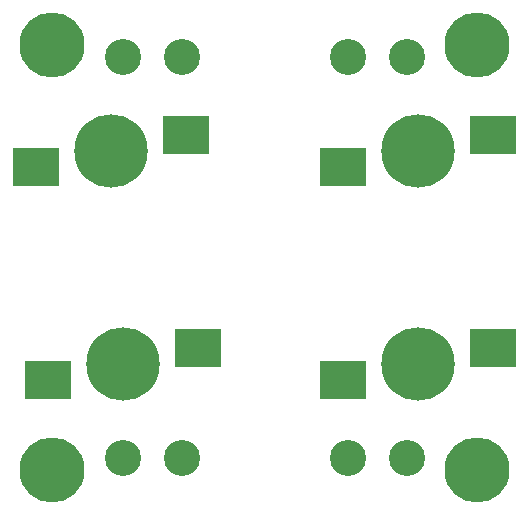
<source format=gbr>
G04 #@! TF.FileFunction,Soldermask,Top*
%FSLAX46Y46*%
G04 Gerber Fmt 4.6, Leading zero omitted, Abs format (unit mm)*
G04 Created by KiCad (PCBNEW 4.0.5) date 03/12/17 12:42:56*
%MOMM*%
%LPD*%
G01*
G04 APERTURE LIST*
%ADD10C,0.150000*%
%ADD11R,4.008000X3.208000*%
%ADD12C,6.208000*%
%ADD13C,5.508000*%
%ADD14C,3.048000*%
G04 APERTURE END LIST*
D10*
D11*
X157650000Y-94350000D03*
X170350000Y-91650000D03*
D12*
X164000000Y-93000000D03*
D11*
X183650000Y-94350000D03*
X196350000Y-91650000D03*
D12*
X190000000Y-93000000D03*
D11*
X196350000Y-109650000D03*
X183650000Y-112350000D03*
D12*
X190000000Y-111000000D03*
D11*
X171350000Y-109650000D03*
X158650000Y-112350000D03*
D12*
X165000000Y-111000000D03*
D13*
X159000000Y-120000000D03*
X195000000Y-84000000D03*
X195000000Y-120000000D03*
D14*
X184000000Y-85000000D03*
X189000000Y-85000000D03*
X189000000Y-119000000D03*
X184000000Y-119000000D03*
X170000000Y-119000000D03*
X165000000Y-119000000D03*
D13*
X159000000Y-84000000D03*
D14*
X165000000Y-85000000D03*
X170000000Y-85000000D03*
M02*

</source>
